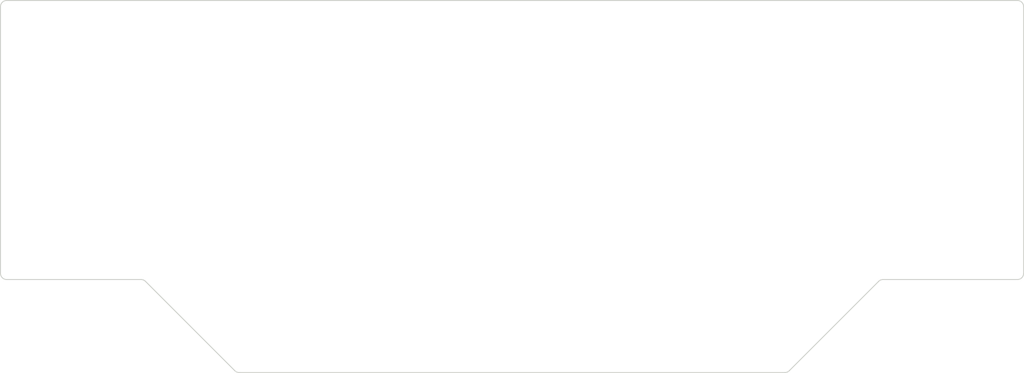
<source format=kicad_pcb>
(kicad_pcb (version 20211014) (generator pcbnew)
  (layers (0 "F.Cu" signal) (31 "B.Cu" signal) (34 "B.Paste" user) (35 "F.Paste" user) (36 "B.SilkS" user "B.Silkscreen") (37 "F.SilkS" user "F.Silkscreen") (38 "B.Mask" user) (39 "F.Mask" user) (44 "Edge.Cuts" user))
  (net 0 "")
  (footprint "keeb-parts:M2_ScrewHole" (layer "F.Cu") (at 104.14 47.625)
    (fp_text reference "H2" hide)
    (fp_text value "MountingHole" hide)
    (pad "" np_thru_hole circle (at 0 0) (size 2.2 2.2) (drill 2.2) (layers F&B.Cu *.Mask))
  )
  (footprint "keeb-parts:M2_ScrewHole" (layer "F.Cu") (at 218.44 47.625)
    (fp_text reference "H4" hide)
    (fp_text value "MountingHole" hide)
    (pad "" np_thru_hole circle (at 0 0) (size 2.2 2.2) (drill 2.2) (layers F&B.Cu *.Mask))
  )
  (footprint "keeb-parts:M2_ScrewHole" (layer "F.Cu") (at 94.615 85.725)
    (fp_text reference "H7" hide)
    (fp_text value "MountingHole" hide)
    (pad "" np_thru_hole circle (at 0 0) (size 2.2 2.2) (drill 2.2) (layers F&B.Cu *.Mask))
  )
  (footprint "keeb-parts:M2_ScrewHole" (layer "F.Cu") (at 170.815 85.725)
    (fp_text reference "H8" hide)
    (fp_text value "MountingHole" hide)
    (pad "" np_thru_hole circle (at 0 0) (size 2.2 2.2) (drill 2.2) (layers F&B.Cu *.Mask))
  )
  (footprint "keeb-parts:M2_ScrewHole" (layer "F.Cu") (at 46.99 66.675)
    (fp_text reference "H5" hide)
    (fp_text value "MountingHole" hide)
    (pad "" np_thru_hole circle (at 0 0) (size 2.2 2.2) (drill 2.2) (layers F&B.Cu *.Mask))
  )
  (footprint "keeb-parts:M2_ScrewHole" (layer "F.Cu") (at 161.29 47.625)
    (fp_text reference "H3" hide)
    (fp_text value "MountingHole" hide)
    (pad "" np_thru_hole circle (at 0 0) (size 2.2 2.2) (drill 2.2) (layers F&B.Cu *.Mask))
  )
  (footprint "keeb-parts:M2_ScrewHole" (layer "F.Cu") (at 218.44 66.675)
    (fp_text reference "H6" hide)
    (fp_text value "MountingHole" hide)
    (pad "" np_thru_hole circle (at 0 0) (size 2.2 2.2) (drill 2.2) (layers F&B.Cu *.Mask))
  )
  (footprint "keeb-parts:M2_ScrewHole" (layer "F.Cu") (at 46.99 47.625)
    (fp_text reference "H1" hide)
    (fp_text value "MountingHole" hide)
    (pad "" np_thru_hole circle (at 0 0) (size 2.2 2.2) (drill 2.2) (layers F&B.Cu *.Mask))
  )
  (gr_arc (start 236.22 28.575) (mid 237.118026 28.946974) (end 237.49 29.845) (layer "Edge.Cuts") (width 0.2))
  (gr_line (start 189.493026 104.403026) (end 207.799077 86.096974) (layer "Edge.Cuts") (width 0.2))
  (gr_line (start 237.49 84.455) (end 237.49 29.845) (layer "Edge.Cuts") (width 0.2))
  (gr_arc (start 207.799077 86.096974) (mid 208.211094 85.821673) (end 208.697102 85.725) (layer "Edge.Cuts") (width 0.2))
  (gr_arc (start 29.21 85.725) (mid 28.311974 85.353026) (end 27.94 84.455) (layer "Edge.Cuts") (width 0.2))
  (gr_arc (start 27.94 29.845) (mid 28.311974 28.946974) (end 29.21 28.575) (layer "Edge.Cuts") (width 0.2))
  (gr_line (start 236.22 28.575) (end 29.21 28.575) (layer "Edge.Cuts") (width 0.2))
  (gr_line (start 27.94 29.845) (end 27.94 84.455) (layer "Edge.Cuts") (width 0.2))
  (gr_line (start 76.835 104.775) (end 188.595 104.775) (layer "Edge.Cuts") (width 0.2))
  (gr_line (start 57.630923 86.096974) (end 75.936974 104.403026) (layer "Edge.Cuts") (width 0.2))
  (gr_arc (start 189.493026 104.403026) (mid 189.081008 104.678327) (end 188.595 104.775) (layer "Edge.Cuts") (width 0.2))
  (gr_line (start 208.697102 85.725) (end 236.22 85.725) (layer "Edge.Cuts") (width 0.2))
  (gr_line (start 29.21 85.725) (end 56.732898 85.725) (layer "Edge.Cuts") (width 0.2))
  (gr_arc (start 237.49 84.455) (mid 237.118026 85.353026) (end 236.22 85.725) (layer "Edge.Cuts") (width 0.2))
  (gr_arc (start 56.732898 85.725) (mid 57.218906 85.821673) (end 57.630923 86.096974) (layer "Edge.Cuts") (width 0.2))
  (gr_arc (start 76.835 104.775) (mid 76.348992 104.678327) (end 75.936974 104.403026) (layer "Edge.Cuts") (width 0.2))
)
</source>
